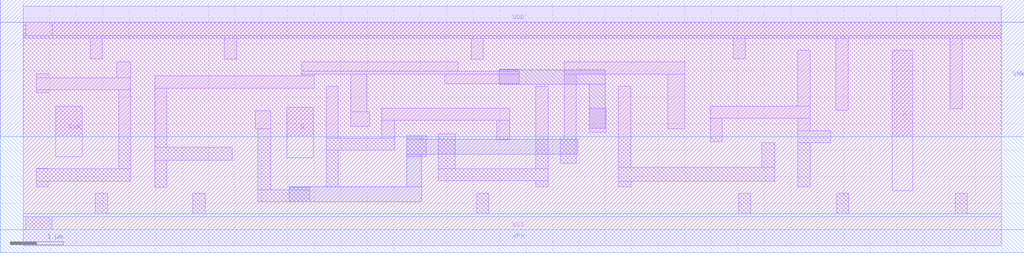
<source format=lef>
VERSION 5.7 ;
  NOWIREEXTENSIONATPIN ON ;
  DIVIDERCHAR "/" ;
  BUSBITCHARS "[]" ;
MACRO gf180mcu_as_sc_mcu7t5v0__trans_1
  CLASS core ;
  FOREIGN gf180mcu_as_sc_mcu7t5v0__trans_1 ;
  ORIGIN 0.000 0.000 ;
  SIZE 2.240 BY 3.920 ;
  SYMMETRY X Y ;
  SITE GF018hv5v_mcu_sc7 ;
  PIN Y
    DIRECTION OUTPUT ;
    USE SIGNAL ;
    ANTENNADIFFAREA 1.080800 ;
    PORT
      LAYER Metal1 ;
        RECT 1.330 0.810 1.630 3.390 ;
    END
  END Y
  PIN A
    DIRECTION INPUT ;
    USE SIGNAL ;
    ANTENNADIFFAREA 0.897600 ;
    PORT
      LAYER Metal1 ;
        RECT 0.180 0.810 0.475 3.390 ;
    END
  END A
  PIN VDD
    DIRECTION INOUT ;
    USE POWER ;
    SHAPE ABUTMENT ;
    PORT
      LAYER Metal1 ;
        RECT 0.000 3.620 2.240 4.220 ;
    END
  END VDD
  PIN VNW
    DIRECTION INOUT ;
    USE POWER ;
    PORT
      LAYER Nwell ;
        RECT 0.050 3.670 0.550 4.170 ;
    END
  END VNW
  PIN VPW
    DIRECTION INOUT ;
    USE GROUND ;
    PORT
      LAYER Pwell ;
        RECT 0.050 -0.250 0.550 0.250 ;
    END
  END VPW
  PIN VSS
    DIRECTION INOUT ;
    USE GROUND ;
    SHAPE ABUTMENT ;
    PORT
      LAYER Metal1 ;
        RECT 0.000 -0.300 2.240 0.300 ;
    END
  END VSS
  PIN ENB
    DIRECTION INPUT ;
    USE SIGNAL ;
    ANTENNAGATEAREA 0.610000 ;
    PORT
      LAYER Metal1 ;
        RECT 0.705 1.910 0.975 3.235 ;
    END
  END ENB
  PIN EN
    DIRECTION INPUT ;
    USE SIGNAL ;
    ANTENNAGATEAREA 0.492000 ;
    PORT
      LAYER Metal1 ;
        RECT 0.710 0.530 0.985 1.610 ;
    END
  END EN
  OBS
      LAYER Nwell ;
        RECT -0.430 4.170 2.670 4.350 ;
        RECT -0.430 3.670 0.050 4.170 ;
        RECT 0.550 3.670 2.670 4.170 ;
        RECT -0.430 1.760 2.670 3.670 ;
      LAYER Pwell ;
        RECT -0.430 0.250 2.670 1.760 ;
        RECT -0.430 -0.250 0.050 0.250 ;
      LAYER Nwell ;
        RECT 0.050 0.000 0.550 0.250 ;
      LAYER Pwell ;
        RECT 0.550 -0.250 2.670 0.250 ;
        RECT -0.430 -0.430 2.670 -0.250 ;
  END
END gf180mcu_as_sc_mcu7t5v0__trans_1

VERSION 5.7 ;
  NOWIREEXTENSIONATPIN ON ;
  DIVIDERCHAR "/" ;
  BUSBITCHARS "[]" ;
MACRO gf180mcu_as_sc_mcu7t5v0__trans_2
  CLASS core ;
  FOREIGN gf180mcu_as_sc_mcu7t5v0__trans_2 ;
  ORIGIN 0.000 0.000 ;
  SIZE 3.360 BY 3.920 ;
  SYMMETRY X Y ;
  SITE GF018hv5v_mcu_sc7 ;
  PIN Y
    DIRECTION OUTPUT ;
    USE SIGNAL ;
    ANTENNADIFFAREA 1.182800 ;
    PORT
      LAYER Metal1 ;
        RECT 1.330 0.810 1.630 2.930 ;
    END
  END Y
  PIN A
    DIRECTION INPUT ;
    USE SIGNAL ;
    ANTENNADIFFAREA 1.978400 ;
    PORT
      LAYER Metal1 ;
        RECT 0.180 0.810 0.475 3.390 ;
    END
    PORT
      LAYER Pwell ;
        RECT 2.375 0.810 2.770 1.150 ;
    END
    PORT
      LAYER Metal1 ;
        RECT 2.375 1.150 2.670 3.390 ;
    END
    PORT
      LAYER Metal1 ;
        RECT 0.475 3.160 2.375 3.390 ;
    END
  END A
  PIN VDD
    DIRECTION INOUT ;
    USE POWER ;
    SHAPE ABUTMENT ;
    PORT
      LAYER Metal1 ;
        RECT 0.000 3.620 3.360 4.220 ;
    END
  END VDD
  PIN VNW
    DIRECTION INOUT ;
    USE POWER ;
    PORT
      LAYER Nwell ;
        RECT 0.050 3.670 0.550 4.170 ;
    END
  END VNW
  PIN VPW
    DIRECTION INOUT ;
    USE GROUND ;
    PORT
      LAYER Pwell ;
        RECT 0.050 -0.250 0.550 0.250 ;
    END
  END VPW
  PIN VSS
    DIRECTION INOUT ;
    USE GROUND ;
    SHAPE ABUTMENT ;
    PORT
      LAYER Metal1 ;
        RECT 0.000 -0.300 3.360 0.300 ;
    END
  END VSS
  PIN ENB
    DIRECTION INPUT ;
    USE SIGNAL ;
    PORT
      LAYER Nwell ;
        RECT 0.705 1.910 0.975 2.930 ;
    END
  END ENB
  PIN EN
    DIRECTION INPUT ;
    USE SIGNAL ;
    PORT
      LAYER Pwell ;
        RECT 0.710 0.530 0.985 1.610 ;
    END
  END EN
  OBS
      LAYER Nwell ;
        RECT -0.430 4.170 3.790 4.350 ;
        RECT -0.430 3.670 0.050 4.170 ;
        RECT 0.550 3.670 3.790 4.170 ;
        RECT -0.430 2.930 3.790 3.670 ;
        RECT -0.430 1.910 0.705 2.930 ;
        RECT 0.975 1.910 3.790 2.930 ;
        RECT -0.430 1.760 3.790 1.910 ;
      LAYER Pwell ;
        RECT -0.430 1.610 3.790 1.760 ;
        RECT -0.430 0.530 0.710 1.610 ;
      LAYER Nwell ;
        RECT 0.710 1.150 0.985 1.310 ;
      LAYER Pwell ;
        RECT 0.985 1.150 3.790 1.610 ;
      LAYER Nwell ;
        RECT 0.710 0.810 2.770 1.150 ;
      LAYER Pwell ;
        RECT 2.770 0.810 3.790 1.150 ;
      LAYER Nwell ;
        RECT 0.710 0.530 0.985 0.810 ;
      LAYER Pwell ;
        RECT 0.985 0.530 3.790 0.810 ;
        RECT -0.430 0.250 3.790 0.530 ;
        RECT -0.430 -0.250 0.050 0.250 ;
      LAYER Nwell ;
        RECT 0.050 0.000 0.550 0.250 ;
      LAYER Pwell ;
        RECT 0.550 -0.250 3.790 0.250 ;
        RECT -0.430 -0.430 3.790 -0.250 ;
      LAYER Metal1 ;
        RECT 0.775 0.600 1.030 2.860 ;
        RECT 1.930 0.850 2.075 2.860 ;
        RECT 1.930 0.600 2.770 0.850 ;
  END
END gf180mcu_as_sc_mcu7t5v0__trans_2

VERSION 5.7 ;
  NOWIREEXTENSIONATPIN ON ;
  DIVIDERCHAR "/" ;
  BUSBITCHARS "[]" ;
MACRO gf180mcu_extra__dfxtp_2
  CLASS core ;
  FOREIGN gf180mcu_extra__dfxtp_2 ;
  ORIGIN 0.000 0.000 ;
  SIZE 18.480 BY 3.920 ;
  SYMMETRY X Y ;
  SITE GF018hv5v_mcu_sc7 ;
  PIN VDD
    DIRECTION INOUT ;
    USE POWER ;
    SHAPE ABUTMENT ;
    PORT
      LAYER Metal1 ;
        RECT 0.000 3.620 18.480 4.220 ;
    END
  END VDD
  PIN VNW
    DIRECTION INOUT ;
    USE POWER ;
    PORT
      LAYER Nwell ;
        RECT -0.430 3.920 18.910 4.350 ;
        RECT -0.430 1.760 0.000 3.920 ;
        RECT 0.050 3.670 0.550 3.920 ;
        RECT 18.480 1.760 18.910 3.920 ;
    END
  END VNW
  PIN VPW
    DIRECTION INOUT ;
    USE GROUND ;
    PORT
      LAYER Pwell ;
        RECT -0.430 0.000 0.000 1.760 ;
        RECT 0.050 0.000 0.550 0.250 ;
        RECT 18.480 0.000 18.910 1.760 ;
        RECT -0.430 -0.430 18.910 0.000 ;
    END
  END VPW
  PIN VSS
    DIRECTION INOUT ;
    USE GROUND ;
    SHAPE ABUTMENT ;
    PORT
      LAYER Metal1 ;
        RECT 0.000 -0.300 18.480 0.300 ;
    END
  END VSS
  PIN Q
    DIRECTION OUTPUT ;
    USE SIGNAL ;
    ANTENNADIFFAREA 1.182800 ;
    PORT
      LAYER Metal1 ;
        RECT 16.420 0.735 16.805 3.390 ;
    END
  END Q
  PIN D
    DIRECTION INPUT ;
    USE SIGNAL ;
    ANTENNAGATEAREA 1.102000 ;
    PORT
      LAYER Metal1 ;
        RECT 4.980 1.365 5.480 2.315 ;
    END
  END D
  PIN CLK
    DIRECTION INPUT ;
    USE CLOCK ;
    ANTENNAGATEAREA 1.102000 ;
    PORT
      LAYER Metal1 ;
        RECT 0.610 1.380 1.110 2.330 ;
    END
  END CLK
  OBS
      LAYER Nwell ;
        RECT 0.000 3.670 0.050 3.920 ;
        RECT 0.550 3.670 18.480 3.920 ;
        RECT 0.000 1.760 18.480 3.670 ;
      LAYER Pwell ;
        RECT 0.000 0.250 18.480 1.760 ;
        RECT 0.000 0.000 0.050 0.250 ;
        RECT 0.550 0.000 18.480 0.250 ;
      LAYER Metal1 ;
        RECT 1.265 3.230 1.495 3.620 ;
        RECT 3.800 3.225 4.030 3.620 ;
        RECT 8.465 3.225 8.695 3.620 ;
        RECT 13.415 3.230 13.645 3.620 ;
        RECT 0.245 2.875 0.475 2.950 ;
        RECT 1.765 2.940 3.325 3.170 ;
        RECT 1.765 2.875 2.035 2.940 ;
        RECT 0.245 2.645 2.035 2.875 ;
        RECT 3.085 2.905 3.325 2.940 ;
        RECT 5.265 2.990 8.220 3.170 ;
        RECT 8.995 2.990 9.375 3.025 ;
        RECT 5.265 2.940 9.375 2.990 ;
        RECT 5.265 2.905 5.495 2.940 ;
        RECT 0.245 2.590 0.475 2.645 ;
        RECT 0.245 1.150 0.475 1.160 ;
        RECT 1.805 1.150 2.035 2.645 ;
        RECT 0.245 0.920 2.035 1.150 ;
        RECT 2.485 2.245 2.715 2.710 ;
        RECT 3.085 2.675 5.495 2.905 ;
        RECT 4.380 2.245 4.675 2.250 ;
        RECT 2.485 1.950 4.675 2.245 ;
        RECT 0.245 0.810 0.475 0.920 ;
        RECT 2.485 0.805 2.715 1.950 ;
        RECT 4.380 1.910 4.675 1.950 ;
        RECT 4.435 0.760 4.675 1.910 ;
        RECT 5.725 1.730 5.955 2.710 ;
        RECT 6.185 2.225 6.490 2.940 ;
        RECT 7.965 2.760 9.375 2.940 ;
        RECT 10.220 2.940 12.495 3.170 ;
        RECT 6.185 1.960 6.545 2.225 ;
        RECT 6.775 2.065 9.195 2.300 ;
        RECT 6.775 1.730 7.015 2.065 ;
        RECT 5.725 1.500 7.015 1.730 ;
        RECT 5.725 0.810 5.955 1.500 ;
        RECT 7.245 1.380 7.610 1.780 ;
        RECT 7.840 1.155 8.160 1.810 ;
        RECT 8.950 1.705 9.195 2.065 ;
        RECT 9.685 1.155 9.915 2.710 ;
        RECT 10.220 1.760 10.450 2.940 ;
        RECT 10.695 1.840 11.015 2.295 ;
        RECT 10.145 1.255 10.450 1.760 ;
        RECT 7.840 0.925 9.915 1.155 ;
        RECT 9.685 0.810 9.915 0.925 ;
        RECT 11.245 1.180 11.475 2.710 ;
        RECT 12.180 1.910 12.495 2.940 ;
        RECT 14.635 2.335 14.865 3.390 ;
        RECT 12.975 2.105 14.865 2.335 ;
        RECT 15.355 2.260 15.585 3.620 ;
        RECT 17.515 2.290 17.745 3.620 ;
        RECT 12.975 1.660 13.205 2.105 ;
        RECT 14.635 1.870 14.865 2.105 ;
        RECT 14.635 1.640 15.260 1.870 ;
        RECT 13.955 1.180 14.200 1.640 ;
        RECT 11.245 0.920 14.200 1.180 ;
        RECT 11.245 0.810 11.475 0.920 ;
        RECT 14.635 0.810 14.865 1.640 ;
        RECT 5.030 0.760 5.410 0.800 ;
        RECT 1.365 0.300 1.595 0.690 ;
        RECT 3.205 0.300 3.435 0.690 ;
        RECT 4.435 0.530 5.410 0.760 ;
        RECT 8.565 0.300 8.795 0.690 ;
        RECT 13.515 0.300 13.745 0.690 ;
        RECT 15.365 0.300 15.595 0.690 ;
        RECT 17.605 0.300 17.835 0.690 ;
      LAYER Metal2 ;
        RECT 8.995 3.025 9.375 3.035 ;
        RECT 8.995 2.745 10.995 3.025 ;
        RECT 10.695 1.915 10.995 2.745 ;
        RECT 7.245 1.710 7.525 1.760 ;
        RECT 7.245 1.430 10.475 1.710 ;
        RECT 7.245 0.810 7.525 1.430 ;
        RECT 5.030 0.530 7.525 0.810 ;
  END
END gf180mcu_extra__dfxtp_2

VERSION 5.7 ;
  NOWIREEXTENSIONATPIN ON ;
  DIVIDERCHAR "/" ;
  BUSBITCHARS "[]" ;
MACRO gf180mcu_extra__dfxtn_2
  CLASS core ;
  FOREIGN gf180mcu_extra__dfxtn_2 ;
  ORIGIN 0.000 0.000 ;
  SIZE 18.480 BY 3.920 ;
  SYMMETRY X Y ;
  SITE GF018hv5v_mcu_sc7 ;
  PIN VDD
    DIRECTION INOUT ;
    USE POWER ;
    SHAPE ABUTMENT ;
    PORT
      LAYER Metal1 ;
        RECT 0.000 3.620 18.480 4.220 ;
    END
  END VDD
  PIN VNW
    DIRECTION INOUT ;
    USE POWER ;
    PORT
      LAYER Nwell ;
        RECT -0.430 3.920 18.910 4.350 ;
        RECT -0.430 1.760 0.000 3.920 ;
        RECT 0.050 3.670 0.550 3.920 ;
        RECT 18.480 1.760 18.910 3.920 ;
    END
  END VNW
  PIN VPW
    DIRECTION INOUT ;
    USE GROUND ;
    PORT
      LAYER Pwell ;
        RECT -0.430 0.000 0.000 1.760 ;
        RECT 0.050 0.000 0.550 0.250 ;
        RECT 18.480 0.000 18.910 1.760 ;
        RECT -0.430 -0.430 18.910 0.000 ;
    END
  END VPW
  PIN VSS
    DIRECTION INOUT ;
    USE GROUND ;
    SHAPE ABUTMENT ;
    PORT
      LAYER Metal1 ;
        RECT 0.000 -0.300 18.480 0.300 ;
    END
  END VSS
  PIN Q
    DIRECTION OUTPUT ;
    USE SIGNAL ;
    ANTENNADIFFAREA 1.182800 ;
    PORT
      LAYER Metal1 ;
        RECT 16.420 0.735 16.805 3.390 ;
    END
  END Q
  PIN D
    DIRECTION INPUT ;
    USE SIGNAL ;
    ANTENNAGATEAREA 1.102000 ;
    PORT
      LAYER Metal1 ;
        RECT 4.980 1.365 5.480 2.315 ;
    END
  END D
  PIN CLK
    DIRECTION INPUT ;
    USE CLOCK ;
    ANTENNAGATEAREA 1.102000 ;
    PORT
      LAYER Metal1 ;
        RECT 0.610 1.380 1.110 2.330 ;
    END
  END CLK
  OBS
      LAYER Nwell ;
        RECT 0.000 3.670 0.050 3.920 ;
        RECT 0.550 3.670 18.480 3.920 ;
        RECT 0.000 1.760 18.480 3.670 ;
      LAYER Pwell ;
        RECT 0.000 0.250 18.480 1.760 ;
        RECT 0.000 0.000 0.050 0.250 ;
        RECT 0.550 0.000 18.480 0.250 ;
      LAYER Metal1 ;
        RECT 1.265 3.230 1.495 3.620 ;
        RECT 3.800 3.225 4.030 3.620 ;
        RECT 8.465 3.225 8.695 3.620 ;
        RECT 13.415 3.230 13.645 3.620 ;
        RECT 0.245 2.875 0.475 2.950 ;
        RECT 1.765 2.875 2.035 3.170 ;
        RECT 5.265 2.990 8.220 3.170 ;
        RECT 8.995 2.990 9.375 3.025 ;
        RECT 5.265 2.940 9.375 2.990 ;
        RECT 5.265 2.905 5.495 2.940 ;
        RECT 0.245 2.645 2.035 2.875 ;
        RECT 0.245 2.590 0.475 2.645 ;
        RECT 0.245 1.150 0.475 1.160 ;
        RECT 1.805 1.150 2.035 2.645 ;
        RECT 0.245 0.920 2.035 1.150 ;
        RECT 2.485 2.675 5.495 2.905 ;
        RECT 2.485 1.555 2.715 2.675 ;
        RECT 4.380 1.910 4.675 2.250 ;
        RECT 3.580 1.555 3.950 1.560 ;
        RECT 2.485 1.315 3.950 1.555 ;
        RECT 0.245 0.810 0.475 0.920 ;
        RECT 2.485 0.805 2.715 1.315 ;
        RECT 4.435 0.760 4.675 1.910 ;
        RECT 5.725 1.730 5.955 2.710 ;
        RECT 6.185 2.225 6.490 2.940 ;
        RECT 7.965 2.760 9.375 2.940 ;
        RECT 10.220 2.940 12.495 3.170 ;
        RECT 6.185 1.960 6.545 2.225 ;
        RECT 6.775 2.065 9.195 2.300 ;
        RECT 6.775 1.730 7.015 2.065 ;
        RECT 5.725 1.500 7.015 1.730 ;
        RECT 5.725 0.810 5.955 1.500 ;
        RECT 7.245 1.380 7.610 1.780 ;
        RECT 7.840 1.155 8.160 1.810 ;
        RECT 8.950 1.705 9.195 2.065 ;
        RECT 9.685 1.155 9.915 2.710 ;
        RECT 10.220 1.760 10.450 2.940 ;
        RECT 10.695 1.840 11.015 2.295 ;
        RECT 10.145 1.255 10.450 1.760 ;
        RECT 7.840 0.925 9.915 1.155 ;
        RECT 9.685 0.810 9.915 0.925 ;
        RECT 11.245 1.180 11.475 2.710 ;
        RECT 12.180 1.910 12.495 2.940 ;
        RECT 14.635 2.335 14.865 3.390 ;
        RECT 12.975 2.105 14.865 2.335 ;
        RECT 15.355 2.260 15.585 3.620 ;
        RECT 17.515 2.290 17.745 3.620 ;
        RECT 12.975 1.660 13.205 2.105 ;
        RECT 14.635 1.870 14.865 2.105 ;
        RECT 14.635 1.640 15.260 1.870 ;
        RECT 13.955 1.180 14.200 1.640 ;
        RECT 11.245 0.920 14.200 1.180 ;
        RECT 11.245 0.810 11.475 0.920 ;
        RECT 14.635 0.810 14.865 1.640 ;
        RECT 5.030 0.760 5.410 0.800 ;
        RECT 1.365 0.300 1.595 0.690 ;
        RECT 3.205 0.300 3.435 0.690 ;
        RECT 4.435 0.530 5.410 0.760 ;
        RECT 8.565 0.300 8.795 0.690 ;
        RECT 13.515 0.300 13.745 0.690 ;
        RECT 15.365 0.300 15.595 0.690 ;
        RECT 17.605 0.300 17.835 0.690 ;
      LAYER Metal2 ;
        RECT 8.995 3.025 9.375 3.035 ;
        RECT 8.995 2.745 10.995 3.025 ;
        RECT 10.695 1.915 10.995 2.745 ;
        RECT 7.245 1.710 7.525 1.760 ;
        RECT 7.245 1.430 10.475 1.710 ;
        RECT 7.245 0.810 7.525 1.430 ;
        RECT 5.030 0.530 7.525 0.810 ;
  END
END gf180mcu_extra__dfxtn_2

END LIBRARY


</source>
